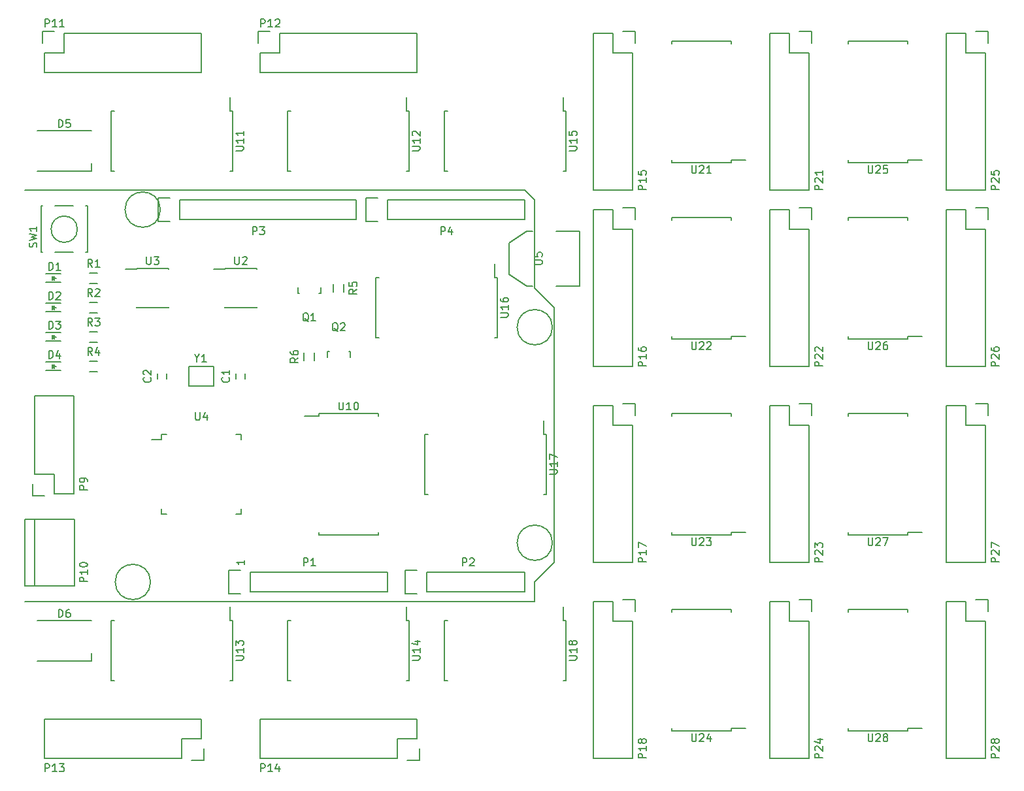
<source format=gbr>
G04 #@! TF.FileFunction,Legend,Top*
%FSLAX46Y46*%
G04 Gerber Fmt 4.6, Leading zero omitted, Abs format (unit mm)*
G04 Created by KiCad (PCBNEW 4.0.1-stable) date 2016-05-03 14:33:49*
%MOMM*%
G01*
G04 APERTURE LIST*
%ADD10C,0.100000*%
%ADD11C,0.150000*%
G04 APERTURE END LIST*
D10*
D11*
X94488000Y-120015000D02*
X28448000Y-120015000D01*
X93218000Y-66675000D02*
X28448000Y-66675000D01*
X94488000Y-67945000D02*
X93218000Y-66675000D01*
X94488000Y-79375000D02*
X94488000Y-67945000D01*
X97028000Y-81915000D02*
X94488000Y-79375000D01*
X97028000Y-114935000D02*
X97028000Y-81915000D01*
X94488000Y-117475000D02*
X97028000Y-114935000D01*
X94488000Y-120015000D02*
X94488000Y-117475000D01*
X56840381Y-114649285D02*
X56840381Y-115220714D01*
X56840381Y-114935000D02*
X55840381Y-114935000D01*
X55983238Y-115030238D01*
X56078476Y-115125476D01*
X56126095Y-115220714D01*
X57658000Y-118745000D02*
X75438000Y-118745000D01*
X75438000Y-118745000D02*
X75438000Y-116205000D01*
X75438000Y-116205000D02*
X57658000Y-116205000D01*
X54838000Y-119025000D02*
X56388000Y-119025000D01*
X57658000Y-118745000D02*
X57658000Y-116205000D01*
X56388000Y-115925000D02*
X54838000Y-115925000D01*
X54838000Y-115925000D02*
X54838000Y-119025000D01*
X80518000Y-118745000D02*
X93218000Y-118745000D01*
X93218000Y-118745000D02*
X93218000Y-116205000D01*
X93218000Y-116205000D02*
X80518000Y-116205000D01*
X77698000Y-119025000D02*
X79248000Y-119025000D01*
X80518000Y-118745000D02*
X80518000Y-116205000D01*
X79248000Y-115925000D02*
X77698000Y-115925000D01*
X77698000Y-115925000D02*
X77698000Y-119025000D01*
X48514000Y-70485000D02*
X71374000Y-70485000D01*
X71374000Y-70485000D02*
X71374000Y-67945000D01*
X71374000Y-67945000D02*
X48514000Y-67945000D01*
X45694000Y-70765000D02*
X47244000Y-70765000D01*
X48514000Y-70485000D02*
X48514000Y-67945000D01*
X47244000Y-67665000D02*
X45694000Y-67665000D01*
X45694000Y-67665000D02*
X45694000Y-70765000D01*
X75438000Y-70485000D02*
X93218000Y-70485000D01*
X93218000Y-70485000D02*
X93218000Y-67945000D01*
X93218000Y-67945000D02*
X75438000Y-67945000D01*
X72618000Y-70765000D02*
X74168000Y-70765000D01*
X75438000Y-70485000D02*
X75438000Y-67945000D01*
X74168000Y-67665000D02*
X72618000Y-67665000D01*
X72618000Y-67665000D02*
X72618000Y-70765000D01*
X44704000Y-117475000D02*
G75*
G03X44704000Y-117475000I-2286000J0D01*
G01*
X96774000Y-112395000D02*
G75*
G03X96774000Y-112395000I-2286000J0D01*
G01*
X45974000Y-69215000D02*
G75*
G03X45974000Y-69215000I-2286000J0D01*
G01*
X96774000Y-84455000D02*
G75*
G03X96774000Y-84455000I-2286000J0D01*
G01*
X51308000Y-51435000D02*
X30988000Y-51435000D01*
X33528000Y-46355000D02*
X51308000Y-46355000D01*
X51308000Y-51435000D02*
X51308000Y-46355000D01*
X30988000Y-51435000D02*
X30988000Y-48895000D01*
X32258000Y-46075000D02*
X30708000Y-46075000D01*
X30988000Y-48895000D02*
X33528000Y-48895000D01*
X33528000Y-48895000D02*
X33528000Y-46355000D01*
X30708000Y-46075000D02*
X30708000Y-47625000D01*
X79248000Y-51435000D02*
X58928000Y-51435000D01*
X61468000Y-46355000D02*
X79248000Y-46355000D01*
X79248000Y-51435000D02*
X79248000Y-46355000D01*
X58928000Y-51435000D02*
X58928000Y-48895000D01*
X60198000Y-46075000D02*
X58648000Y-46075000D01*
X58928000Y-48895000D02*
X61468000Y-48895000D01*
X61468000Y-48895000D02*
X61468000Y-46355000D01*
X58648000Y-46075000D02*
X58648000Y-47625000D01*
X30988000Y-135255000D02*
X51308000Y-135255000D01*
X48768000Y-140335000D02*
X30988000Y-140335000D01*
X30988000Y-135255000D02*
X30988000Y-140335000D01*
X51308000Y-135255000D02*
X51308000Y-137795000D01*
X50038000Y-140615000D02*
X51588000Y-140615000D01*
X51308000Y-137795000D02*
X48768000Y-137795000D01*
X48768000Y-137795000D02*
X48768000Y-140335000D01*
X51588000Y-140615000D02*
X51588000Y-139065000D01*
X54313000Y-76800000D02*
X54313000Y-76945000D01*
X58463000Y-76800000D02*
X58463000Y-76945000D01*
X58463000Y-81950000D02*
X58463000Y-81805000D01*
X54313000Y-81950000D02*
X54313000Y-81805000D01*
X54313000Y-76800000D02*
X58463000Y-76800000D01*
X54313000Y-81950000D02*
X58463000Y-81950000D01*
X54313000Y-76945000D02*
X52913000Y-76945000D01*
X58928000Y-135255000D02*
X79248000Y-135255000D01*
X76708000Y-140335000D02*
X58928000Y-140335000D01*
X58928000Y-135255000D02*
X58928000Y-140335000D01*
X79248000Y-135255000D02*
X79248000Y-137795000D01*
X77978000Y-140615000D02*
X79528000Y-140615000D01*
X79248000Y-137795000D02*
X76708000Y-137795000D01*
X76708000Y-137795000D02*
X76708000Y-140335000D01*
X79528000Y-140615000D02*
X79528000Y-139065000D01*
X78233000Y-122490000D02*
X77868000Y-122490000D01*
X78233000Y-130240000D02*
X77868000Y-130240000D01*
X62483000Y-130240000D02*
X62848000Y-130240000D01*
X62483000Y-122490000D02*
X62848000Y-122490000D01*
X78233000Y-122490000D02*
X78233000Y-130240000D01*
X62483000Y-122490000D02*
X62483000Y-130240000D01*
X77868000Y-122490000D02*
X77868000Y-120665000D01*
X42883000Y-76800000D02*
X42883000Y-76945000D01*
X47033000Y-76800000D02*
X47033000Y-76945000D01*
X47033000Y-81950000D02*
X47033000Y-81805000D01*
X42883000Y-81950000D02*
X42883000Y-81805000D01*
X42883000Y-76800000D02*
X47033000Y-76800000D01*
X42883000Y-81950000D02*
X47033000Y-81950000D01*
X42883000Y-76945000D02*
X41483000Y-76945000D01*
X66483000Y-95630000D02*
X66483000Y-95995000D01*
X74233000Y-95630000D02*
X74233000Y-95995000D01*
X74233000Y-111380000D02*
X74233000Y-111015000D01*
X66483000Y-111380000D02*
X66483000Y-111015000D01*
X66483000Y-95630000D02*
X74233000Y-95630000D01*
X66483000Y-111380000D02*
X74233000Y-111380000D01*
X66483000Y-95995000D02*
X64658000Y-95995000D01*
X55373000Y-56450000D02*
X55008000Y-56450000D01*
X55373000Y-64200000D02*
X55008000Y-64200000D01*
X39623000Y-64200000D02*
X39988000Y-64200000D01*
X39623000Y-56450000D02*
X39988000Y-56450000D01*
X55373000Y-56450000D02*
X55373000Y-64200000D01*
X39623000Y-56450000D02*
X39623000Y-64200000D01*
X55008000Y-56450000D02*
X55008000Y-54625000D01*
X78233000Y-56450000D02*
X77868000Y-56450000D01*
X78233000Y-64200000D02*
X77868000Y-64200000D01*
X62483000Y-64200000D02*
X62848000Y-64200000D01*
X62483000Y-56450000D02*
X62848000Y-56450000D01*
X78233000Y-56450000D02*
X78233000Y-64200000D01*
X62483000Y-56450000D02*
X62483000Y-64200000D01*
X77868000Y-56450000D02*
X77868000Y-54625000D01*
X55373000Y-122490000D02*
X55008000Y-122490000D01*
X55373000Y-130240000D02*
X55008000Y-130240000D01*
X39623000Y-130240000D02*
X39988000Y-130240000D01*
X39623000Y-122490000D02*
X39988000Y-122490000D01*
X55373000Y-122490000D02*
X55373000Y-130240000D01*
X39623000Y-122490000D02*
X39623000Y-130240000D01*
X55008000Y-122490000D02*
X55008000Y-120665000D01*
X34798000Y-106045000D02*
X34798000Y-93345000D01*
X34798000Y-93345000D02*
X29718000Y-93345000D01*
X29718000Y-93345000D02*
X29718000Y-103505000D01*
X34798000Y-106045000D02*
X32258000Y-106045000D01*
X29438000Y-104775000D02*
X29438000Y-106325000D01*
X32258000Y-106045000D02*
X32258000Y-103505000D01*
X32258000Y-103505000D02*
X29718000Y-103505000D01*
X29438000Y-106325000D02*
X30988000Y-106325000D01*
X102108000Y-66675000D02*
X102108000Y-46355000D01*
X107188000Y-48895000D02*
X107188000Y-66675000D01*
X102108000Y-66675000D02*
X107188000Y-66675000D01*
X102108000Y-46355000D02*
X104648000Y-46355000D01*
X107468000Y-47625000D02*
X107468000Y-46075000D01*
X104648000Y-46355000D02*
X104648000Y-48895000D01*
X104648000Y-48895000D02*
X107188000Y-48895000D01*
X107468000Y-46075000D02*
X105918000Y-46075000D01*
X102108000Y-89535000D02*
X102108000Y-69215000D01*
X107188000Y-71755000D02*
X107188000Y-89535000D01*
X102108000Y-89535000D02*
X107188000Y-89535000D01*
X102108000Y-69215000D02*
X104648000Y-69215000D01*
X107468000Y-70485000D02*
X107468000Y-68935000D01*
X104648000Y-69215000D02*
X104648000Y-71755000D01*
X104648000Y-71755000D02*
X107188000Y-71755000D01*
X107468000Y-68935000D02*
X105918000Y-68935000D01*
X102108000Y-114935000D02*
X102108000Y-94615000D01*
X107188000Y-97155000D02*
X107188000Y-114935000D01*
X102108000Y-114935000D02*
X107188000Y-114935000D01*
X102108000Y-94615000D02*
X104648000Y-94615000D01*
X107468000Y-95885000D02*
X107468000Y-94335000D01*
X104648000Y-94615000D02*
X104648000Y-97155000D01*
X104648000Y-97155000D02*
X107188000Y-97155000D01*
X107468000Y-94335000D02*
X105918000Y-94335000D01*
X102108000Y-140335000D02*
X102108000Y-120015000D01*
X107188000Y-122555000D02*
X107188000Y-140335000D01*
X102108000Y-140335000D02*
X107188000Y-140335000D01*
X102108000Y-120015000D02*
X104648000Y-120015000D01*
X107468000Y-121285000D02*
X107468000Y-119735000D01*
X104648000Y-120015000D02*
X104648000Y-122555000D01*
X104648000Y-122555000D02*
X107188000Y-122555000D01*
X107468000Y-119735000D02*
X105918000Y-119735000D01*
X98553000Y-56450000D02*
X98188000Y-56450000D01*
X98553000Y-64200000D02*
X98188000Y-64200000D01*
X82803000Y-64200000D02*
X83168000Y-64200000D01*
X82803000Y-56450000D02*
X83168000Y-56450000D01*
X98553000Y-56450000D02*
X98553000Y-64200000D01*
X82803000Y-56450000D02*
X82803000Y-64200000D01*
X98188000Y-56450000D02*
X98188000Y-54625000D01*
X89663000Y-78040000D02*
X89298000Y-78040000D01*
X89663000Y-85790000D02*
X89298000Y-85790000D01*
X73913000Y-85790000D02*
X74278000Y-85790000D01*
X73913000Y-78040000D02*
X74278000Y-78040000D01*
X89663000Y-78040000D02*
X89663000Y-85790000D01*
X73913000Y-78040000D02*
X73913000Y-85790000D01*
X89298000Y-78040000D02*
X89298000Y-76215000D01*
X96013000Y-98360000D02*
X95648000Y-98360000D01*
X96013000Y-106110000D02*
X95648000Y-106110000D01*
X80263000Y-106110000D02*
X80628000Y-106110000D01*
X80263000Y-98360000D02*
X80628000Y-98360000D01*
X96013000Y-98360000D02*
X96013000Y-106110000D01*
X80263000Y-98360000D02*
X80263000Y-106110000D01*
X95648000Y-98360000D02*
X95648000Y-96535000D01*
X98553000Y-122490000D02*
X98188000Y-122490000D01*
X98553000Y-130240000D02*
X98188000Y-130240000D01*
X82803000Y-130240000D02*
X83168000Y-130240000D01*
X82803000Y-122490000D02*
X83168000Y-122490000D01*
X98553000Y-122490000D02*
X98553000Y-130240000D01*
X82803000Y-122490000D02*
X82803000Y-130240000D01*
X98188000Y-122490000D02*
X98188000Y-120665000D01*
X31158000Y-78655000D02*
X33058000Y-78655000D01*
X31158000Y-77555000D02*
X33058000Y-77555000D01*
X32058000Y-78105000D02*
X32508000Y-78105000D01*
X32008000Y-77855000D02*
X32008000Y-78355000D01*
X32008000Y-78105000D02*
X32258000Y-77855000D01*
X32258000Y-77855000D02*
X32258000Y-78355000D01*
X32258000Y-78355000D02*
X32008000Y-78105000D01*
X66777820Y-79324200D02*
X66777820Y-80025240D01*
X66777820Y-80025240D02*
X66528900Y-80025240D01*
X63978840Y-80025240D02*
X63778180Y-80025240D01*
X63778180Y-80025240D02*
X63778180Y-79324200D01*
X37838000Y-78780000D02*
X36838000Y-78780000D01*
X36838000Y-77430000D02*
X37838000Y-77430000D01*
X37838000Y-82590000D02*
X36838000Y-82590000D01*
X36838000Y-81240000D02*
X37838000Y-81240000D01*
X30528000Y-68755000D02*
X30728000Y-68755000D01*
X36528000Y-68755000D02*
X36328000Y-68755000D01*
X36528000Y-74755000D02*
X36328000Y-74755000D01*
X30528000Y-74755000D02*
X30728000Y-74755000D01*
X32328000Y-74755000D02*
X34728000Y-74755000D01*
X32328000Y-68755000D02*
X34728000Y-68755000D01*
X30528000Y-68755000D02*
X30528000Y-74755000D01*
X36528000Y-74755000D02*
X36528000Y-68755000D01*
X35228000Y-71755000D02*
G75*
G03X35228000Y-71755000I-1700000J0D01*
G01*
X55788000Y-91155000D02*
X55788000Y-90455000D01*
X56988000Y-90455000D02*
X56988000Y-91155000D01*
X45628000Y-91155000D02*
X45628000Y-90455000D01*
X46828000Y-90455000D02*
X46828000Y-91155000D01*
X31158000Y-82465000D02*
X33058000Y-82465000D01*
X31158000Y-81365000D02*
X33058000Y-81365000D01*
X32058000Y-81915000D02*
X32508000Y-81915000D01*
X32008000Y-81665000D02*
X32008000Y-82165000D01*
X32008000Y-81915000D02*
X32258000Y-81665000D01*
X32258000Y-81665000D02*
X32258000Y-82165000D01*
X32258000Y-82165000D02*
X32008000Y-81915000D01*
X31158000Y-86275000D02*
X33058000Y-86275000D01*
X31158000Y-85175000D02*
X33058000Y-85175000D01*
X32058000Y-85725000D02*
X32508000Y-85725000D01*
X32008000Y-85475000D02*
X32008000Y-85975000D01*
X32008000Y-85725000D02*
X32258000Y-85475000D01*
X32258000Y-85475000D02*
X32258000Y-85975000D01*
X32258000Y-85975000D02*
X32008000Y-85725000D01*
X31158000Y-90085000D02*
X33058000Y-90085000D01*
X31158000Y-88985000D02*
X33058000Y-88985000D01*
X32058000Y-89535000D02*
X32508000Y-89535000D01*
X32008000Y-89285000D02*
X32008000Y-89785000D01*
X32008000Y-89535000D02*
X32258000Y-89285000D01*
X32258000Y-89285000D02*
X32258000Y-89785000D01*
X32258000Y-89785000D02*
X32008000Y-89535000D01*
X30028000Y-58995000D02*
X37028000Y-58995000D01*
X30028000Y-64195000D02*
X37028000Y-64195000D01*
X37028000Y-64195000D02*
X37028000Y-63195000D01*
X30028000Y-122495000D02*
X37028000Y-122495000D01*
X30028000Y-127695000D02*
X37028000Y-127695000D01*
X37028000Y-127695000D02*
X37028000Y-126695000D01*
X28440540Y-109314100D02*
X28440540Y-118014100D01*
X34845540Y-109314100D02*
X34845540Y-118014100D01*
X34845540Y-118014100D02*
X28440540Y-118014100D01*
X29670540Y-118014100D02*
X29670540Y-109314100D01*
X28440540Y-109314100D02*
X34845540Y-109314100D01*
X124968000Y-66675000D02*
X124968000Y-46355000D01*
X130048000Y-48895000D02*
X130048000Y-66675000D01*
X124968000Y-66675000D02*
X130048000Y-66675000D01*
X124968000Y-46355000D02*
X127508000Y-46355000D01*
X130328000Y-47625000D02*
X130328000Y-46075000D01*
X127508000Y-46355000D02*
X127508000Y-48895000D01*
X127508000Y-48895000D02*
X130048000Y-48895000D01*
X130328000Y-46075000D02*
X128778000Y-46075000D01*
X124968000Y-89535000D02*
X124968000Y-69215000D01*
X130048000Y-71755000D02*
X130048000Y-89535000D01*
X124968000Y-89535000D02*
X130048000Y-89535000D01*
X124968000Y-69215000D02*
X127508000Y-69215000D01*
X130328000Y-70485000D02*
X130328000Y-68935000D01*
X127508000Y-69215000D02*
X127508000Y-71755000D01*
X127508000Y-71755000D02*
X130048000Y-71755000D01*
X130328000Y-68935000D02*
X128778000Y-68935000D01*
X124968000Y-114935000D02*
X124968000Y-94615000D01*
X130048000Y-97155000D02*
X130048000Y-114935000D01*
X124968000Y-114935000D02*
X130048000Y-114935000D01*
X124968000Y-94615000D02*
X127508000Y-94615000D01*
X130328000Y-95885000D02*
X130328000Y-94335000D01*
X127508000Y-94615000D02*
X127508000Y-97155000D01*
X127508000Y-97155000D02*
X130048000Y-97155000D01*
X130328000Y-94335000D02*
X128778000Y-94335000D01*
X124968000Y-140335000D02*
X124968000Y-120015000D01*
X130048000Y-122555000D02*
X130048000Y-140335000D01*
X124968000Y-140335000D02*
X130048000Y-140335000D01*
X124968000Y-120015000D02*
X127508000Y-120015000D01*
X130328000Y-121285000D02*
X130328000Y-119735000D01*
X127508000Y-120015000D02*
X127508000Y-122555000D01*
X127508000Y-122555000D02*
X130048000Y-122555000D01*
X130328000Y-119735000D02*
X128778000Y-119735000D01*
X147828000Y-66675000D02*
X147828000Y-46355000D01*
X152908000Y-48895000D02*
X152908000Y-66675000D01*
X147828000Y-66675000D02*
X152908000Y-66675000D01*
X147828000Y-46355000D02*
X150368000Y-46355000D01*
X153188000Y-47625000D02*
X153188000Y-46075000D01*
X150368000Y-46355000D02*
X150368000Y-48895000D01*
X150368000Y-48895000D02*
X152908000Y-48895000D01*
X153188000Y-46075000D02*
X151638000Y-46075000D01*
X147828000Y-89535000D02*
X147828000Y-69215000D01*
X152908000Y-71755000D02*
X152908000Y-89535000D01*
X147828000Y-89535000D02*
X152908000Y-89535000D01*
X147828000Y-69215000D02*
X150368000Y-69215000D01*
X153188000Y-70485000D02*
X153188000Y-68935000D01*
X150368000Y-69215000D02*
X150368000Y-71755000D01*
X150368000Y-71755000D02*
X152908000Y-71755000D01*
X153188000Y-68935000D02*
X151638000Y-68935000D01*
X147828000Y-114935000D02*
X147828000Y-94615000D01*
X152908000Y-97155000D02*
X152908000Y-114935000D01*
X147828000Y-114935000D02*
X152908000Y-114935000D01*
X147828000Y-94615000D02*
X150368000Y-94615000D01*
X153188000Y-95885000D02*
X153188000Y-94335000D01*
X150368000Y-94615000D02*
X150368000Y-97155000D01*
X150368000Y-97155000D02*
X152908000Y-97155000D01*
X153188000Y-94335000D02*
X151638000Y-94335000D01*
X147828000Y-140335000D02*
X147828000Y-120015000D01*
X152908000Y-122555000D02*
X152908000Y-140335000D01*
X147828000Y-140335000D02*
X152908000Y-140335000D01*
X147828000Y-120015000D02*
X150368000Y-120015000D01*
X153188000Y-121285000D02*
X153188000Y-119735000D01*
X150368000Y-120015000D02*
X150368000Y-122555000D01*
X150368000Y-122555000D02*
X152908000Y-122555000D01*
X153188000Y-119735000D02*
X151638000Y-119735000D01*
X67588180Y-88315800D02*
X67588180Y-87614760D01*
X67588180Y-87614760D02*
X67837100Y-87614760D01*
X70387160Y-87614760D02*
X70587820Y-87614760D01*
X70587820Y-87614760D02*
X70587820Y-88315800D01*
X37838000Y-86400000D02*
X36838000Y-86400000D01*
X36838000Y-85050000D02*
X37838000Y-85050000D01*
X37838000Y-90210000D02*
X36838000Y-90210000D01*
X36838000Y-88860000D02*
X37838000Y-88860000D01*
X68413000Y-79875000D02*
X68413000Y-78875000D01*
X69763000Y-78875000D02*
X69763000Y-79875000D01*
X65953000Y-87765000D02*
X65953000Y-88765000D01*
X64603000Y-88765000D02*
X64603000Y-87765000D01*
X46133000Y-98330000D02*
X46133000Y-99005000D01*
X56483000Y-98330000D02*
X56483000Y-99005000D01*
X56483000Y-108680000D02*
X56483000Y-108005000D01*
X46133000Y-108680000D02*
X46133000Y-108005000D01*
X46133000Y-98330000D02*
X46808000Y-98330000D01*
X46133000Y-108680000D02*
X46808000Y-108680000D01*
X56483000Y-108680000D02*
X55808000Y-108680000D01*
X56483000Y-98330000D02*
X55808000Y-98330000D01*
X46133000Y-99005000D02*
X44858000Y-99005000D01*
X97282000Y-79121000D02*
X100330000Y-79121000D01*
X100330000Y-79121000D02*
X100330000Y-72009000D01*
X100330000Y-72009000D02*
X97282000Y-72009000D01*
X94234000Y-79121000D02*
X93472000Y-79121000D01*
X93472000Y-79121000D02*
X91186000Y-77597000D01*
X91186000Y-77597000D02*
X91186000Y-73533000D01*
X91186000Y-73533000D02*
X93472000Y-72009000D01*
X93472000Y-72009000D02*
X94234000Y-72009000D01*
X119953000Y-63120000D02*
X119953000Y-62755000D01*
X112203000Y-63120000D02*
X112203000Y-62755000D01*
X112203000Y-47370000D02*
X112203000Y-47735000D01*
X119953000Y-47370000D02*
X119953000Y-47735000D01*
X119953000Y-63120000D02*
X112203000Y-63120000D01*
X119953000Y-47370000D02*
X112203000Y-47370000D01*
X119953000Y-62755000D02*
X121778000Y-62755000D01*
X119953000Y-85980000D02*
X119953000Y-85615000D01*
X112203000Y-85980000D02*
X112203000Y-85615000D01*
X112203000Y-70230000D02*
X112203000Y-70595000D01*
X119953000Y-70230000D02*
X119953000Y-70595000D01*
X119953000Y-85980000D02*
X112203000Y-85980000D01*
X119953000Y-70230000D02*
X112203000Y-70230000D01*
X119953000Y-85615000D02*
X121778000Y-85615000D01*
X119953000Y-111380000D02*
X119953000Y-111015000D01*
X112203000Y-111380000D02*
X112203000Y-111015000D01*
X112203000Y-95630000D02*
X112203000Y-95995000D01*
X119953000Y-95630000D02*
X119953000Y-95995000D01*
X119953000Y-111380000D02*
X112203000Y-111380000D01*
X119953000Y-95630000D02*
X112203000Y-95630000D01*
X119953000Y-111015000D02*
X121778000Y-111015000D01*
X119953000Y-136780000D02*
X119953000Y-136415000D01*
X112203000Y-136780000D02*
X112203000Y-136415000D01*
X112203000Y-121030000D02*
X112203000Y-121395000D01*
X119953000Y-121030000D02*
X119953000Y-121395000D01*
X119953000Y-136780000D02*
X112203000Y-136780000D01*
X119953000Y-121030000D02*
X112203000Y-121030000D01*
X119953000Y-136415000D02*
X121778000Y-136415000D01*
X142813000Y-63120000D02*
X142813000Y-62755000D01*
X135063000Y-63120000D02*
X135063000Y-62755000D01*
X135063000Y-47370000D02*
X135063000Y-47735000D01*
X142813000Y-47370000D02*
X142813000Y-47735000D01*
X142813000Y-63120000D02*
X135063000Y-63120000D01*
X142813000Y-47370000D02*
X135063000Y-47370000D01*
X142813000Y-62755000D02*
X144638000Y-62755000D01*
X142813000Y-85980000D02*
X142813000Y-85615000D01*
X135063000Y-85980000D02*
X135063000Y-85615000D01*
X135063000Y-70230000D02*
X135063000Y-70595000D01*
X142813000Y-70230000D02*
X142813000Y-70595000D01*
X142813000Y-85980000D02*
X135063000Y-85980000D01*
X142813000Y-70230000D02*
X135063000Y-70230000D01*
X142813000Y-85615000D02*
X144638000Y-85615000D01*
X142813000Y-111380000D02*
X142813000Y-111015000D01*
X135063000Y-111380000D02*
X135063000Y-111015000D01*
X135063000Y-95630000D02*
X135063000Y-95995000D01*
X142813000Y-95630000D02*
X142813000Y-95995000D01*
X142813000Y-111380000D02*
X135063000Y-111380000D01*
X142813000Y-95630000D02*
X135063000Y-95630000D01*
X142813000Y-111015000D02*
X144638000Y-111015000D01*
X142813000Y-136780000D02*
X142813000Y-136415000D01*
X135063000Y-136780000D02*
X135063000Y-136415000D01*
X135063000Y-121030000D02*
X135063000Y-121395000D01*
X142813000Y-121030000D02*
X142813000Y-121395000D01*
X142813000Y-136780000D02*
X135063000Y-136780000D01*
X142813000Y-121030000D02*
X135063000Y-121030000D01*
X142813000Y-136415000D02*
X144638000Y-136415000D01*
X49708000Y-89505000D02*
X52908000Y-89505000D01*
X52908000Y-89505000D02*
X52908000Y-92105000D01*
X52908000Y-92105000D02*
X49708000Y-92105000D01*
X49708000Y-92105000D02*
X49708000Y-89505000D01*
X64539905Y-115387381D02*
X64539905Y-114387381D01*
X64920858Y-114387381D01*
X65016096Y-114435000D01*
X65063715Y-114482619D01*
X65111334Y-114577857D01*
X65111334Y-114720714D01*
X65063715Y-114815952D01*
X65016096Y-114863571D01*
X64920858Y-114911190D01*
X64539905Y-114911190D01*
X66063715Y-115387381D02*
X65492286Y-115387381D01*
X65778000Y-115387381D02*
X65778000Y-114387381D01*
X65682762Y-114530238D01*
X65587524Y-114625476D01*
X65492286Y-114673095D01*
X85113905Y-115387381D02*
X85113905Y-114387381D01*
X85494858Y-114387381D01*
X85590096Y-114435000D01*
X85637715Y-114482619D01*
X85685334Y-114577857D01*
X85685334Y-114720714D01*
X85637715Y-114815952D01*
X85590096Y-114863571D01*
X85494858Y-114911190D01*
X85113905Y-114911190D01*
X86066286Y-114482619D02*
X86113905Y-114435000D01*
X86209143Y-114387381D01*
X86447239Y-114387381D01*
X86542477Y-114435000D01*
X86590096Y-114482619D01*
X86637715Y-114577857D01*
X86637715Y-114673095D01*
X86590096Y-114815952D01*
X86018667Y-115387381D01*
X86637715Y-115387381D01*
X57935905Y-72461381D02*
X57935905Y-71461381D01*
X58316858Y-71461381D01*
X58412096Y-71509000D01*
X58459715Y-71556619D01*
X58507334Y-71651857D01*
X58507334Y-71794714D01*
X58459715Y-71889952D01*
X58412096Y-71937571D01*
X58316858Y-71985190D01*
X57935905Y-71985190D01*
X58840667Y-71461381D02*
X59459715Y-71461381D01*
X59126381Y-71842333D01*
X59269239Y-71842333D01*
X59364477Y-71889952D01*
X59412096Y-71937571D01*
X59459715Y-72032810D01*
X59459715Y-72270905D01*
X59412096Y-72366143D01*
X59364477Y-72413762D01*
X59269239Y-72461381D01*
X58983524Y-72461381D01*
X58888286Y-72413762D01*
X58840667Y-72366143D01*
X82319905Y-72461381D02*
X82319905Y-71461381D01*
X82700858Y-71461381D01*
X82796096Y-71509000D01*
X82843715Y-71556619D01*
X82891334Y-71651857D01*
X82891334Y-71794714D01*
X82843715Y-71889952D01*
X82796096Y-71937571D01*
X82700858Y-71985190D01*
X82319905Y-71985190D01*
X83748477Y-71794714D02*
X83748477Y-72461381D01*
X83510381Y-71413762D02*
X83272286Y-72128048D01*
X83891334Y-72128048D01*
X31043714Y-45537381D02*
X31043714Y-44537381D01*
X31424667Y-44537381D01*
X31519905Y-44585000D01*
X31567524Y-44632619D01*
X31615143Y-44727857D01*
X31615143Y-44870714D01*
X31567524Y-44965952D01*
X31519905Y-45013571D01*
X31424667Y-45061190D01*
X31043714Y-45061190D01*
X32567524Y-45537381D02*
X31996095Y-45537381D01*
X32281809Y-45537381D02*
X32281809Y-44537381D01*
X32186571Y-44680238D01*
X32091333Y-44775476D01*
X31996095Y-44823095D01*
X33519905Y-45537381D02*
X32948476Y-45537381D01*
X33234190Y-45537381D02*
X33234190Y-44537381D01*
X33138952Y-44680238D01*
X33043714Y-44775476D01*
X32948476Y-44823095D01*
X58983714Y-45537381D02*
X58983714Y-44537381D01*
X59364667Y-44537381D01*
X59459905Y-44585000D01*
X59507524Y-44632619D01*
X59555143Y-44727857D01*
X59555143Y-44870714D01*
X59507524Y-44965952D01*
X59459905Y-45013571D01*
X59364667Y-45061190D01*
X58983714Y-45061190D01*
X60507524Y-45537381D02*
X59936095Y-45537381D01*
X60221809Y-45537381D02*
X60221809Y-44537381D01*
X60126571Y-44680238D01*
X60031333Y-44775476D01*
X59936095Y-44823095D01*
X60888476Y-44632619D02*
X60936095Y-44585000D01*
X61031333Y-44537381D01*
X61269429Y-44537381D01*
X61364667Y-44585000D01*
X61412286Y-44632619D01*
X61459905Y-44727857D01*
X61459905Y-44823095D01*
X61412286Y-44965952D01*
X60840857Y-45537381D01*
X61459905Y-45537381D01*
X31043714Y-142057381D02*
X31043714Y-141057381D01*
X31424667Y-141057381D01*
X31519905Y-141105000D01*
X31567524Y-141152619D01*
X31615143Y-141247857D01*
X31615143Y-141390714D01*
X31567524Y-141485952D01*
X31519905Y-141533571D01*
X31424667Y-141581190D01*
X31043714Y-141581190D01*
X32567524Y-142057381D02*
X31996095Y-142057381D01*
X32281809Y-142057381D02*
X32281809Y-141057381D01*
X32186571Y-141200238D01*
X32091333Y-141295476D01*
X31996095Y-141343095D01*
X32900857Y-141057381D02*
X33519905Y-141057381D01*
X33186571Y-141438333D01*
X33329429Y-141438333D01*
X33424667Y-141485952D01*
X33472286Y-141533571D01*
X33519905Y-141628810D01*
X33519905Y-141866905D01*
X33472286Y-141962143D01*
X33424667Y-142009762D01*
X33329429Y-142057381D01*
X33043714Y-142057381D01*
X32948476Y-142009762D01*
X32900857Y-141962143D01*
X55626095Y-75327381D02*
X55626095Y-76136905D01*
X55673714Y-76232143D01*
X55721333Y-76279762D01*
X55816571Y-76327381D01*
X56007048Y-76327381D01*
X56102286Y-76279762D01*
X56149905Y-76232143D01*
X56197524Y-76136905D01*
X56197524Y-75327381D01*
X56626095Y-75422619D02*
X56673714Y-75375000D01*
X56768952Y-75327381D01*
X57007048Y-75327381D01*
X57102286Y-75375000D01*
X57149905Y-75422619D01*
X57197524Y-75517857D01*
X57197524Y-75613095D01*
X57149905Y-75755952D01*
X56578476Y-76327381D01*
X57197524Y-76327381D01*
X58983714Y-142057381D02*
X58983714Y-141057381D01*
X59364667Y-141057381D01*
X59459905Y-141105000D01*
X59507524Y-141152619D01*
X59555143Y-141247857D01*
X59555143Y-141390714D01*
X59507524Y-141485952D01*
X59459905Y-141533571D01*
X59364667Y-141581190D01*
X58983714Y-141581190D01*
X60507524Y-142057381D02*
X59936095Y-142057381D01*
X60221809Y-142057381D02*
X60221809Y-141057381D01*
X60126571Y-141200238D01*
X60031333Y-141295476D01*
X59936095Y-141343095D01*
X61364667Y-141390714D02*
X61364667Y-142057381D01*
X61126571Y-141009762D02*
X60888476Y-141724048D01*
X61507524Y-141724048D01*
X78610381Y-127603095D02*
X79419905Y-127603095D01*
X79515143Y-127555476D01*
X79562762Y-127507857D01*
X79610381Y-127412619D01*
X79610381Y-127222142D01*
X79562762Y-127126904D01*
X79515143Y-127079285D01*
X79419905Y-127031666D01*
X78610381Y-127031666D01*
X79610381Y-126031666D02*
X79610381Y-126603095D01*
X79610381Y-126317381D02*
X78610381Y-126317381D01*
X78753238Y-126412619D01*
X78848476Y-126507857D01*
X78896095Y-126603095D01*
X78943714Y-125174523D02*
X79610381Y-125174523D01*
X78562762Y-125412619D02*
X79277048Y-125650714D01*
X79277048Y-125031666D01*
X44196095Y-75327381D02*
X44196095Y-76136905D01*
X44243714Y-76232143D01*
X44291333Y-76279762D01*
X44386571Y-76327381D01*
X44577048Y-76327381D01*
X44672286Y-76279762D01*
X44719905Y-76232143D01*
X44767524Y-76136905D01*
X44767524Y-75327381D01*
X45148476Y-75327381D02*
X45767524Y-75327381D01*
X45434190Y-75708333D01*
X45577048Y-75708333D01*
X45672286Y-75755952D01*
X45719905Y-75803571D01*
X45767524Y-75898810D01*
X45767524Y-76136905D01*
X45719905Y-76232143D01*
X45672286Y-76279762D01*
X45577048Y-76327381D01*
X45291333Y-76327381D01*
X45196095Y-76279762D01*
X45148476Y-76232143D01*
X69119905Y-94157381D02*
X69119905Y-94966905D01*
X69167524Y-95062143D01*
X69215143Y-95109762D01*
X69310381Y-95157381D01*
X69500858Y-95157381D01*
X69596096Y-95109762D01*
X69643715Y-95062143D01*
X69691334Y-94966905D01*
X69691334Y-94157381D01*
X70691334Y-95157381D02*
X70119905Y-95157381D01*
X70405619Y-95157381D02*
X70405619Y-94157381D01*
X70310381Y-94300238D01*
X70215143Y-94395476D01*
X70119905Y-94443095D01*
X71310381Y-94157381D02*
X71405620Y-94157381D01*
X71500858Y-94205000D01*
X71548477Y-94252619D01*
X71596096Y-94347857D01*
X71643715Y-94538333D01*
X71643715Y-94776429D01*
X71596096Y-94966905D01*
X71548477Y-95062143D01*
X71500858Y-95109762D01*
X71405620Y-95157381D01*
X71310381Y-95157381D01*
X71215143Y-95109762D01*
X71167524Y-95062143D01*
X71119905Y-94966905D01*
X71072286Y-94776429D01*
X71072286Y-94538333D01*
X71119905Y-94347857D01*
X71167524Y-94252619D01*
X71215143Y-94205000D01*
X71310381Y-94157381D01*
X55750381Y-61563095D02*
X56559905Y-61563095D01*
X56655143Y-61515476D01*
X56702762Y-61467857D01*
X56750381Y-61372619D01*
X56750381Y-61182142D01*
X56702762Y-61086904D01*
X56655143Y-61039285D01*
X56559905Y-60991666D01*
X55750381Y-60991666D01*
X56750381Y-59991666D02*
X56750381Y-60563095D01*
X56750381Y-60277381D02*
X55750381Y-60277381D01*
X55893238Y-60372619D01*
X55988476Y-60467857D01*
X56036095Y-60563095D01*
X56750381Y-59039285D02*
X56750381Y-59610714D01*
X56750381Y-59325000D02*
X55750381Y-59325000D01*
X55893238Y-59420238D01*
X55988476Y-59515476D01*
X56036095Y-59610714D01*
X78610381Y-61563095D02*
X79419905Y-61563095D01*
X79515143Y-61515476D01*
X79562762Y-61467857D01*
X79610381Y-61372619D01*
X79610381Y-61182142D01*
X79562762Y-61086904D01*
X79515143Y-61039285D01*
X79419905Y-60991666D01*
X78610381Y-60991666D01*
X79610381Y-59991666D02*
X79610381Y-60563095D01*
X79610381Y-60277381D02*
X78610381Y-60277381D01*
X78753238Y-60372619D01*
X78848476Y-60467857D01*
X78896095Y-60563095D01*
X78705619Y-59610714D02*
X78658000Y-59563095D01*
X78610381Y-59467857D01*
X78610381Y-59229761D01*
X78658000Y-59134523D01*
X78705619Y-59086904D01*
X78800857Y-59039285D01*
X78896095Y-59039285D01*
X79038952Y-59086904D01*
X79610381Y-59658333D01*
X79610381Y-59039285D01*
X55750381Y-127603095D02*
X56559905Y-127603095D01*
X56655143Y-127555476D01*
X56702762Y-127507857D01*
X56750381Y-127412619D01*
X56750381Y-127222142D01*
X56702762Y-127126904D01*
X56655143Y-127079285D01*
X56559905Y-127031666D01*
X55750381Y-127031666D01*
X56750381Y-126031666D02*
X56750381Y-126603095D01*
X56750381Y-126317381D02*
X55750381Y-126317381D01*
X55893238Y-126412619D01*
X55988476Y-126507857D01*
X56036095Y-126603095D01*
X55750381Y-125698333D02*
X55750381Y-125079285D01*
X56131333Y-125412619D01*
X56131333Y-125269761D01*
X56178952Y-125174523D01*
X56226571Y-125126904D01*
X56321810Y-125079285D01*
X56559905Y-125079285D01*
X56655143Y-125126904D01*
X56702762Y-125174523D01*
X56750381Y-125269761D01*
X56750381Y-125555476D01*
X56702762Y-125650714D01*
X56655143Y-125698333D01*
X36520381Y-105513095D02*
X35520381Y-105513095D01*
X35520381Y-105132142D01*
X35568000Y-105036904D01*
X35615619Y-104989285D01*
X35710857Y-104941666D01*
X35853714Y-104941666D01*
X35948952Y-104989285D01*
X35996571Y-105036904D01*
X36044190Y-105132142D01*
X36044190Y-105513095D01*
X36520381Y-104465476D02*
X36520381Y-104275000D01*
X36472762Y-104179761D01*
X36425143Y-104132142D01*
X36282286Y-104036904D01*
X36091810Y-103989285D01*
X35710857Y-103989285D01*
X35615619Y-104036904D01*
X35568000Y-104084523D01*
X35520381Y-104179761D01*
X35520381Y-104370238D01*
X35568000Y-104465476D01*
X35615619Y-104513095D01*
X35710857Y-104560714D01*
X35948952Y-104560714D01*
X36044190Y-104513095D01*
X36091810Y-104465476D01*
X36139429Y-104370238D01*
X36139429Y-104179761D01*
X36091810Y-104084523D01*
X36044190Y-104036904D01*
X35948952Y-103989285D01*
X108910381Y-66619286D02*
X107910381Y-66619286D01*
X107910381Y-66238333D01*
X107958000Y-66143095D01*
X108005619Y-66095476D01*
X108100857Y-66047857D01*
X108243714Y-66047857D01*
X108338952Y-66095476D01*
X108386571Y-66143095D01*
X108434190Y-66238333D01*
X108434190Y-66619286D01*
X108910381Y-65095476D02*
X108910381Y-65666905D01*
X108910381Y-65381191D02*
X107910381Y-65381191D01*
X108053238Y-65476429D01*
X108148476Y-65571667D01*
X108196095Y-65666905D01*
X107910381Y-64190714D02*
X107910381Y-64666905D01*
X108386571Y-64714524D01*
X108338952Y-64666905D01*
X108291333Y-64571667D01*
X108291333Y-64333571D01*
X108338952Y-64238333D01*
X108386571Y-64190714D01*
X108481810Y-64143095D01*
X108719905Y-64143095D01*
X108815143Y-64190714D01*
X108862762Y-64238333D01*
X108910381Y-64333571D01*
X108910381Y-64571667D01*
X108862762Y-64666905D01*
X108815143Y-64714524D01*
X108910381Y-89479286D02*
X107910381Y-89479286D01*
X107910381Y-89098333D01*
X107958000Y-89003095D01*
X108005619Y-88955476D01*
X108100857Y-88907857D01*
X108243714Y-88907857D01*
X108338952Y-88955476D01*
X108386571Y-89003095D01*
X108434190Y-89098333D01*
X108434190Y-89479286D01*
X108910381Y-87955476D02*
X108910381Y-88526905D01*
X108910381Y-88241191D02*
X107910381Y-88241191D01*
X108053238Y-88336429D01*
X108148476Y-88431667D01*
X108196095Y-88526905D01*
X107910381Y-87098333D02*
X107910381Y-87288810D01*
X107958000Y-87384048D01*
X108005619Y-87431667D01*
X108148476Y-87526905D01*
X108338952Y-87574524D01*
X108719905Y-87574524D01*
X108815143Y-87526905D01*
X108862762Y-87479286D01*
X108910381Y-87384048D01*
X108910381Y-87193571D01*
X108862762Y-87098333D01*
X108815143Y-87050714D01*
X108719905Y-87003095D01*
X108481810Y-87003095D01*
X108386571Y-87050714D01*
X108338952Y-87098333D01*
X108291333Y-87193571D01*
X108291333Y-87384048D01*
X108338952Y-87479286D01*
X108386571Y-87526905D01*
X108481810Y-87574524D01*
X108910381Y-114879286D02*
X107910381Y-114879286D01*
X107910381Y-114498333D01*
X107958000Y-114403095D01*
X108005619Y-114355476D01*
X108100857Y-114307857D01*
X108243714Y-114307857D01*
X108338952Y-114355476D01*
X108386571Y-114403095D01*
X108434190Y-114498333D01*
X108434190Y-114879286D01*
X108910381Y-113355476D02*
X108910381Y-113926905D01*
X108910381Y-113641191D02*
X107910381Y-113641191D01*
X108053238Y-113736429D01*
X108148476Y-113831667D01*
X108196095Y-113926905D01*
X107910381Y-113022143D02*
X107910381Y-112355476D01*
X108910381Y-112784048D01*
X108910381Y-140279286D02*
X107910381Y-140279286D01*
X107910381Y-139898333D01*
X107958000Y-139803095D01*
X108005619Y-139755476D01*
X108100857Y-139707857D01*
X108243714Y-139707857D01*
X108338952Y-139755476D01*
X108386571Y-139803095D01*
X108434190Y-139898333D01*
X108434190Y-140279286D01*
X108910381Y-138755476D02*
X108910381Y-139326905D01*
X108910381Y-139041191D02*
X107910381Y-139041191D01*
X108053238Y-139136429D01*
X108148476Y-139231667D01*
X108196095Y-139326905D01*
X108338952Y-138184048D02*
X108291333Y-138279286D01*
X108243714Y-138326905D01*
X108148476Y-138374524D01*
X108100857Y-138374524D01*
X108005619Y-138326905D01*
X107958000Y-138279286D01*
X107910381Y-138184048D01*
X107910381Y-137993571D01*
X107958000Y-137898333D01*
X108005619Y-137850714D01*
X108100857Y-137803095D01*
X108148476Y-137803095D01*
X108243714Y-137850714D01*
X108291333Y-137898333D01*
X108338952Y-137993571D01*
X108338952Y-138184048D01*
X108386571Y-138279286D01*
X108434190Y-138326905D01*
X108529429Y-138374524D01*
X108719905Y-138374524D01*
X108815143Y-138326905D01*
X108862762Y-138279286D01*
X108910381Y-138184048D01*
X108910381Y-137993571D01*
X108862762Y-137898333D01*
X108815143Y-137850714D01*
X108719905Y-137803095D01*
X108529429Y-137803095D01*
X108434190Y-137850714D01*
X108386571Y-137898333D01*
X108338952Y-137993571D01*
X98930381Y-61563095D02*
X99739905Y-61563095D01*
X99835143Y-61515476D01*
X99882762Y-61467857D01*
X99930381Y-61372619D01*
X99930381Y-61182142D01*
X99882762Y-61086904D01*
X99835143Y-61039285D01*
X99739905Y-60991666D01*
X98930381Y-60991666D01*
X99930381Y-59991666D02*
X99930381Y-60563095D01*
X99930381Y-60277381D02*
X98930381Y-60277381D01*
X99073238Y-60372619D01*
X99168476Y-60467857D01*
X99216095Y-60563095D01*
X98930381Y-59086904D02*
X98930381Y-59563095D01*
X99406571Y-59610714D01*
X99358952Y-59563095D01*
X99311333Y-59467857D01*
X99311333Y-59229761D01*
X99358952Y-59134523D01*
X99406571Y-59086904D01*
X99501810Y-59039285D01*
X99739905Y-59039285D01*
X99835143Y-59086904D01*
X99882762Y-59134523D01*
X99930381Y-59229761D01*
X99930381Y-59467857D01*
X99882762Y-59563095D01*
X99835143Y-59610714D01*
X90040381Y-83153095D02*
X90849905Y-83153095D01*
X90945143Y-83105476D01*
X90992762Y-83057857D01*
X91040381Y-82962619D01*
X91040381Y-82772142D01*
X90992762Y-82676904D01*
X90945143Y-82629285D01*
X90849905Y-82581666D01*
X90040381Y-82581666D01*
X91040381Y-81581666D02*
X91040381Y-82153095D01*
X91040381Y-81867381D02*
X90040381Y-81867381D01*
X90183238Y-81962619D01*
X90278476Y-82057857D01*
X90326095Y-82153095D01*
X90040381Y-80724523D02*
X90040381Y-80915000D01*
X90088000Y-81010238D01*
X90135619Y-81057857D01*
X90278476Y-81153095D01*
X90468952Y-81200714D01*
X90849905Y-81200714D01*
X90945143Y-81153095D01*
X90992762Y-81105476D01*
X91040381Y-81010238D01*
X91040381Y-80819761D01*
X90992762Y-80724523D01*
X90945143Y-80676904D01*
X90849905Y-80629285D01*
X90611810Y-80629285D01*
X90516571Y-80676904D01*
X90468952Y-80724523D01*
X90421333Y-80819761D01*
X90421333Y-81010238D01*
X90468952Y-81105476D01*
X90516571Y-81153095D01*
X90611810Y-81200714D01*
X96390381Y-103473095D02*
X97199905Y-103473095D01*
X97295143Y-103425476D01*
X97342762Y-103377857D01*
X97390381Y-103282619D01*
X97390381Y-103092142D01*
X97342762Y-102996904D01*
X97295143Y-102949285D01*
X97199905Y-102901666D01*
X96390381Y-102901666D01*
X97390381Y-101901666D02*
X97390381Y-102473095D01*
X97390381Y-102187381D02*
X96390381Y-102187381D01*
X96533238Y-102282619D01*
X96628476Y-102377857D01*
X96676095Y-102473095D01*
X96390381Y-101568333D02*
X96390381Y-100901666D01*
X97390381Y-101330238D01*
X98930381Y-127603095D02*
X99739905Y-127603095D01*
X99835143Y-127555476D01*
X99882762Y-127507857D01*
X99930381Y-127412619D01*
X99930381Y-127222142D01*
X99882762Y-127126904D01*
X99835143Y-127079285D01*
X99739905Y-127031666D01*
X98930381Y-127031666D01*
X99930381Y-126031666D02*
X99930381Y-126603095D01*
X99930381Y-126317381D02*
X98930381Y-126317381D01*
X99073238Y-126412619D01*
X99168476Y-126507857D01*
X99216095Y-126603095D01*
X99358952Y-125460238D02*
X99311333Y-125555476D01*
X99263714Y-125603095D01*
X99168476Y-125650714D01*
X99120857Y-125650714D01*
X99025619Y-125603095D01*
X98978000Y-125555476D01*
X98930381Y-125460238D01*
X98930381Y-125269761D01*
X98978000Y-125174523D01*
X99025619Y-125126904D01*
X99120857Y-125079285D01*
X99168476Y-125079285D01*
X99263714Y-125126904D01*
X99311333Y-125174523D01*
X99358952Y-125269761D01*
X99358952Y-125460238D01*
X99406571Y-125555476D01*
X99454190Y-125603095D01*
X99549429Y-125650714D01*
X99739905Y-125650714D01*
X99835143Y-125603095D01*
X99882762Y-125555476D01*
X99930381Y-125460238D01*
X99930381Y-125269761D01*
X99882762Y-125174523D01*
X99835143Y-125126904D01*
X99739905Y-125079285D01*
X99549429Y-125079285D01*
X99454190Y-125126904D01*
X99406571Y-125174523D01*
X99358952Y-125269761D01*
X31519905Y-77057381D02*
X31519905Y-76057381D01*
X31758000Y-76057381D01*
X31900858Y-76105000D01*
X31996096Y-76200238D01*
X32043715Y-76295476D01*
X32091334Y-76485952D01*
X32091334Y-76628810D01*
X32043715Y-76819286D01*
X31996096Y-76914524D01*
X31900858Y-77009762D01*
X31758000Y-77057381D01*
X31519905Y-77057381D01*
X33043715Y-77057381D02*
X32472286Y-77057381D01*
X32758000Y-77057381D02*
X32758000Y-76057381D01*
X32662762Y-76200238D01*
X32567524Y-76295476D01*
X32472286Y-76343095D01*
X65182762Y-83732619D02*
X65087524Y-83685000D01*
X64992286Y-83589762D01*
X64849429Y-83446905D01*
X64754190Y-83399286D01*
X64658952Y-83399286D01*
X64706571Y-83637381D02*
X64611333Y-83589762D01*
X64516095Y-83494524D01*
X64468476Y-83304048D01*
X64468476Y-82970714D01*
X64516095Y-82780238D01*
X64611333Y-82685000D01*
X64706571Y-82637381D01*
X64897048Y-82637381D01*
X64992286Y-82685000D01*
X65087524Y-82780238D01*
X65135143Y-82970714D01*
X65135143Y-83304048D01*
X65087524Y-83494524D01*
X64992286Y-83589762D01*
X64897048Y-83637381D01*
X64706571Y-83637381D01*
X66087524Y-83637381D02*
X65516095Y-83637381D01*
X65801809Y-83637381D02*
X65801809Y-82637381D01*
X65706571Y-82780238D01*
X65611333Y-82875476D01*
X65516095Y-82923095D01*
X37171334Y-76657381D02*
X36838000Y-76181190D01*
X36599905Y-76657381D02*
X36599905Y-75657381D01*
X36980858Y-75657381D01*
X37076096Y-75705000D01*
X37123715Y-75752619D01*
X37171334Y-75847857D01*
X37171334Y-75990714D01*
X37123715Y-76085952D01*
X37076096Y-76133571D01*
X36980858Y-76181190D01*
X36599905Y-76181190D01*
X38123715Y-76657381D02*
X37552286Y-76657381D01*
X37838000Y-76657381D02*
X37838000Y-75657381D01*
X37742762Y-75800238D01*
X37647524Y-75895476D01*
X37552286Y-75943095D01*
X37171334Y-80467381D02*
X36838000Y-79991190D01*
X36599905Y-80467381D02*
X36599905Y-79467381D01*
X36980858Y-79467381D01*
X37076096Y-79515000D01*
X37123715Y-79562619D01*
X37171334Y-79657857D01*
X37171334Y-79800714D01*
X37123715Y-79895952D01*
X37076096Y-79943571D01*
X36980858Y-79991190D01*
X36599905Y-79991190D01*
X37552286Y-79562619D02*
X37599905Y-79515000D01*
X37695143Y-79467381D01*
X37933239Y-79467381D01*
X38028477Y-79515000D01*
X38076096Y-79562619D01*
X38123715Y-79657857D01*
X38123715Y-79753095D01*
X38076096Y-79895952D01*
X37504667Y-80467381D01*
X38123715Y-80467381D01*
X29932762Y-74088333D02*
X29980381Y-73945476D01*
X29980381Y-73707380D01*
X29932762Y-73612142D01*
X29885143Y-73564523D01*
X29789905Y-73516904D01*
X29694667Y-73516904D01*
X29599429Y-73564523D01*
X29551810Y-73612142D01*
X29504190Y-73707380D01*
X29456571Y-73897857D01*
X29408952Y-73993095D01*
X29361333Y-74040714D01*
X29266095Y-74088333D01*
X29170857Y-74088333D01*
X29075619Y-74040714D01*
X29028000Y-73993095D01*
X28980381Y-73897857D01*
X28980381Y-73659761D01*
X29028000Y-73516904D01*
X28980381Y-73183571D02*
X29980381Y-72945476D01*
X29266095Y-72754999D01*
X29980381Y-72564523D01*
X28980381Y-72326428D01*
X29980381Y-71421666D02*
X29980381Y-71993095D01*
X29980381Y-71707381D02*
X28980381Y-71707381D01*
X29123238Y-71802619D01*
X29218476Y-71897857D01*
X29266095Y-71993095D01*
X54845143Y-90971666D02*
X54892762Y-91019285D01*
X54940381Y-91162142D01*
X54940381Y-91257380D01*
X54892762Y-91400238D01*
X54797524Y-91495476D01*
X54702286Y-91543095D01*
X54511810Y-91590714D01*
X54368952Y-91590714D01*
X54178476Y-91543095D01*
X54083238Y-91495476D01*
X53988000Y-91400238D01*
X53940381Y-91257380D01*
X53940381Y-91162142D01*
X53988000Y-91019285D01*
X54035619Y-90971666D01*
X54940381Y-90019285D02*
X54940381Y-90590714D01*
X54940381Y-90305000D02*
X53940381Y-90305000D01*
X54083238Y-90400238D01*
X54178476Y-90495476D01*
X54226095Y-90590714D01*
X44685143Y-90971666D02*
X44732762Y-91019285D01*
X44780381Y-91162142D01*
X44780381Y-91257380D01*
X44732762Y-91400238D01*
X44637524Y-91495476D01*
X44542286Y-91543095D01*
X44351810Y-91590714D01*
X44208952Y-91590714D01*
X44018476Y-91543095D01*
X43923238Y-91495476D01*
X43828000Y-91400238D01*
X43780381Y-91257380D01*
X43780381Y-91162142D01*
X43828000Y-91019285D01*
X43875619Y-90971666D01*
X43875619Y-90590714D02*
X43828000Y-90543095D01*
X43780381Y-90447857D01*
X43780381Y-90209761D01*
X43828000Y-90114523D01*
X43875619Y-90066904D01*
X43970857Y-90019285D01*
X44066095Y-90019285D01*
X44208952Y-90066904D01*
X44780381Y-90638333D01*
X44780381Y-90019285D01*
X31519905Y-80867381D02*
X31519905Y-79867381D01*
X31758000Y-79867381D01*
X31900858Y-79915000D01*
X31996096Y-80010238D01*
X32043715Y-80105476D01*
X32091334Y-80295952D01*
X32091334Y-80438810D01*
X32043715Y-80629286D01*
X31996096Y-80724524D01*
X31900858Y-80819762D01*
X31758000Y-80867381D01*
X31519905Y-80867381D01*
X32472286Y-79962619D02*
X32519905Y-79915000D01*
X32615143Y-79867381D01*
X32853239Y-79867381D01*
X32948477Y-79915000D01*
X32996096Y-79962619D01*
X33043715Y-80057857D01*
X33043715Y-80153095D01*
X32996096Y-80295952D01*
X32424667Y-80867381D01*
X33043715Y-80867381D01*
X31519905Y-84677381D02*
X31519905Y-83677381D01*
X31758000Y-83677381D01*
X31900858Y-83725000D01*
X31996096Y-83820238D01*
X32043715Y-83915476D01*
X32091334Y-84105952D01*
X32091334Y-84248810D01*
X32043715Y-84439286D01*
X31996096Y-84534524D01*
X31900858Y-84629762D01*
X31758000Y-84677381D01*
X31519905Y-84677381D01*
X32424667Y-83677381D02*
X33043715Y-83677381D01*
X32710381Y-84058333D01*
X32853239Y-84058333D01*
X32948477Y-84105952D01*
X32996096Y-84153571D01*
X33043715Y-84248810D01*
X33043715Y-84486905D01*
X32996096Y-84582143D01*
X32948477Y-84629762D01*
X32853239Y-84677381D01*
X32567524Y-84677381D01*
X32472286Y-84629762D01*
X32424667Y-84582143D01*
X31519905Y-88487381D02*
X31519905Y-87487381D01*
X31758000Y-87487381D01*
X31900858Y-87535000D01*
X31996096Y-87630238D01*
X32043715Y-87725476D01*
X32091334Y-87915952D01*
X32091334Y-88058810D01*
X32043715Y-88249286D01*
X31996096Y-88344524D01*
X31900858Y-88439762D01*
X31758000Y-88487381D01*
X31519905Y-88487381D01*
X32948477Y-87820714D02*
X32948477Y-88487381D01*
X32710381Y-87439762D02*
X32472286Y-88154048D01*
X33091334Y-88154048D01*
X32789905Y-58547381D02*
X32789905Y-57547381D01*
X33028000Y-57547381D01*
X33170858Y-57595000D01*
X33266096Y-57690238D01*
X33313715Y-57785476D01*
X33361334Y-57975952D01*
X33361334Y-58118810D01*
X33313715Y-58309286D01*
X33266096Y-58404524D01*
X33170858Y-58499762D01*
X33028000Y-58547381D01*
X32789905Y-58547381D01*
X34266096Y-57547381D02*
X33789905Y-57547381D01*
X33742286Y-58023571D01*
X33789905Y-57975952D01*
X33885143Y-57928333D01*
X34123239Y-57928333D01*
X34218477Y-57975952D01*
X34266096Y-58023571D01*
X34313715Y-58118810D01*
X34313715Y-58356905D01*
X34266096Y-58452143D01*
X34218477Y-58499762D01*
X34123239Y-58547381D01*
X33885143Y-58547381D01*
X33789905Y-58499762D01*
X33742286Y-58452143D01*
X32789905Y-122047381D02*
X32789905Y-121047381D01*
X33028000Y-121047381D01*
X33170858Y-121095000D01*
X33266096Y-121190238D01*
X33313715Y-121285476D01*
X33361334Y-121475952D01*
X33361334Y-121618810D01*
X33313715Y-121809286D01*
X33266096Y-121904524D01*
X33170858Y-121999762D01*
X33028000Y-122047381D01*
X32789905Y-122047381D01*
X34218477Y-121047381D02*
X34028000Y-121047381D01*
X33932762Y-121095000D01*
X33885143Y-121142619D01*
X33789905Y-121285476D01*
X33742286Y-121475952D01*
X33742286Y-121856905D01*
X33789905Y-121952143D01*
X33837524Y-121999762D01*
X33932762Y-122047381D01*
X34123239Y-122047381D01*
X34218477Y-121999762D01*
X34266096Y-121952143D01*
X34313715Y-121856905D01*
X34313715Y-121618810D01*
X34266096Y-121523571D01*
X34218477Y-121475952D01*
X34123239Y-121428333D01*
X33932762Y-121428333D01*
X33837524Y-121475952D01*
X33789905Y-121523571D01*
X33742286Y-121618810D01*
X36520381Y-117419286D02*
X35520381Y-117419286D01*
X35520381Y-117038333D01*
X35568000Y-116943095D01*
X35615619Y-116895476D01*
X35710857Y-116847857D01*
X35853714Y-116847857D01*
X35948952Y-116895476D01*
X35996571Y-116943095D01*
X36044190Y-117038333D01*
X36044190Y-117419286D01*
X36520381Y-115895476D02*
X36520381Y-116466905D01*
X36520381Y-116181191D02*
X35520381Y-116181191D01*
X35663238Y-116276429D01*
X35758476Y-116371667D01*
X35806095Y-116466905D01*
X35520381Y-115276429D02*
X35520381Y-115181190D01*
X35568000Y-115085952D01*
X35615619Y-115038333D01*
X35710857Y-114990714D01*
X35901333Y-114943095D01*
X36139429Y-114943095D01*
X36329905Y-114990714D01*
X36425143Y-115038333D01*
X36472762Y-115085952D01*
X36520381Y-115181190D01*
X36520381Y-115276429D01*
X36472762Y-115371667D01*
X36425143Y-115419286D01*
X36329905Y-115466905D01*
X36139429Y-115514524D01*
X35901333Y-115514524D01*
X35710857Y-115466905D01*
X35615619Y-115419286D01*
X35568000Y-115371667D01*
X35520381Y-115276429D01*
X131770381Y-66619286D02*
X130770381Y-66619286D01*
X130770381Y-66238333D01*
X130818000Y-66143095D01*
X130865619Y-66095476D01*
X130960857Y-66047857D01*
X131103714Y-66047857D01*
X131198952Y-66095476D01*
X131246571Y-66143095D01*
X131294190Y-66238333D01*
X131294190Y-66619286D01*
X130865619Y-65666905D02*
X130818000Y-65619286D01*
X130770381Y-65524048D01*
X130770381Y-65285952D01*
X130818000Y-65190714D01*
X130865619Y-65143095D01*
X130960857Y-65095476D01*
X131056095Y-65095476D01*
X131198952Y-65143095D01*
X131770381Y-65714524D01*
X131770381Y-65095476D01*
X131770381Y-64143095D02*
X131770381Y-64714524D01*
X131770381Y-64428810D02*
X130770381Y-64428810D01*
X130913238Y-64524048D01*
X131008476Y-64619286D01*
X131056095Y-64714524D01*
X131770381Y-89479286D02*
X130770381Y-89479286D01*
X130770381Y-89098333D01*
X130818000Y-89003095D01*
X130865619Y-88955476D01*
X130960857Y-88907857D01*
X131103714Y-88907857D01*
X131198952Y-88955476D01*
X131246571Y-89003095D01*
X131294190Y-89098333D01*
X131294190Y-89479286D01*
X130865619Y-88526905D02*
X130818000Y-88479286D01*
X130770381Y-88384048D01*
X130770381Y-88145952D01*
X130818000Y-88050714D01*
X130865619Y-88003095D01*
X130960857Y-87955476D01*
X131056095Y-87955476D01*
X131198952Y-88003095D01*
X131770381Y-88574524D01*
X131770381Y-87955476D01*
X130865619Y-87574524D02*
X130818000Y-87526905D01*
X130770381Y-87431667D01*
X130770381Y-87193571D01*
X130818000Y-87098333D01*
X130865619Y-87050714D01*
X130960857Y-87003095D01*
X131056095Y-87003095D01*
X131198952Y-87050714D01*
X131770381Y-87622143D01*
X131770381Y-87003095D01*
X131770381Y-114879286D02*
X130770381Y-114879286D01*
X130770381Y-114498333D01*
X130818000Y-114403095D01*
X130865619Y-114355476D01*
X130960857Y-114307857D01*
X131103714Y-114307857D01*
X131198952Y-114355476D01*
X131246571Y-114403095D01*
X131294190Y-114498333D01*
X131294190Y-114879286D01*
X130865619Y-113926905D02*
X130818000Y-113879286D01*
X130770381Y-113784048D01*
X130770381Y-113545952D01*
X130818000Y-113450714D01*
X130865619Y-113403095D01*
X130960857Y-113355476D01*
X131056095Y-113355476D01*
X131198952Y-113403095D01*
X131770381Y-113974524D01*
X131770381Y-113355476D01*
X130770381Y-113022143D02*
X130770381Y-112403095D01*
X131151333Y-112736429D01*
X131151333Y-112593571D01*
X131198952Y-112498333D01*
X131246571Y-112450714D01*
X131341810Y-112403095D01*
X131579905Y-112403095D01*
X131675143Y-112450714D01*
X131722762Y-112498333D01*
X131770381Y-112593571D01*
X131770381Y-112879286D01*
X131722762Y-112974524D01*
X131675143Y-113022143D01*
X131770381Y-140279286D02*
X130770381Y-140279286D01*
X130770381Y-139898333D01*
X130818000Y-139803095D01*
X130865619Y-139755476D01*
X130960857Y-139707857D01*
X131103714Y-139707857D01*
X131198952Y-139755476D01*
X131246571Y-139803095D01*
X131294190Y-139898333D01*
X131294190Y-140279286D01*
X130865619Y-139326905D02*
X130818000Y-139279286D01*
X130770381Y-139184048D01*
X130770381Y-138945952D01*
X130818000Y-138850714D01*
X130865619Y-138803095D01*
X130960857Y-138755476D01*
X131056095Y-138755476D01*
X131198952Y-138803095D01*
X131770381Y-139374524D01*
X131770381Y-138755476D01*
X131103714Y-137898333D02*
X131770381Y-137898333D01*
X130722762Y-138136429D02*
X131437048Y-138374524D01*
X131437048Y-137755476D01*
X154630381Y-66619286D02*
X153630381Y-66619286D01*
X153630381Y-66238333D01*
X153678000Y-66143095D01*
X153725619Y-66095476D01*
X153820857Y-66047857D01*
X153963714Y-66047857D01*
X154058952Y-66095476D01*
X154106571Y-66143095D01*
X154154190Y-66238333D01*
X154154190Y-66619286D01*
X153725619Y-65666905D02*
X153678000Y-65619286D01*
X153630381Y-65524048D01*
X153630381Y-65285952D01*
X153678000Y-65190714D01*
X153725619Y-65143095D01*
X153820857Y-65095476D01*
X153916095Y-65095476D01*
X154058952Y-65143095D01*
X154630381Y-65714524D01*
X154630381Y-65095476D01*
X153630381Y-64190714D02*
X153630381Y-64666905D01*
X154106571Y-64714524D01*
X154058952Y-64666905D01*
X154011333Y-64571667D01*
X154011333Y-64333571D01*
X154058952Y-64238333D01*
X154106571Y-64190714D01*
X154201810Y-64143095D01*
X154439905Y-64143095D01*
X154535143Y-64190714D01*
X154582762Y-64238333D01*
X154630381Y-64333571D01*
X154630381Y-64571667D01*
X154582762Y-64666905D01*
X154535143Y-64714524D01*
X154630381Y-89479286D02*
X153630381Y-89479286D01*
X153630381Y-89098333D01*
X153678000Y-89003095D01*
X153725619Y-88955476D01*
X153820857Y-88907857D01*
X153963714Y-88907857D01*
X154058952Y-88955476D01*
X154106571Y-89003095D01*
X154154190Y-89098333D01*
X154154190Y-89479286D01*
X153725619Y-88526905D02*
X153678000Y-88479286D01*
X153630381Y-88384048D01*
X153630381Y-88145952D01*
X153678000Y-88050714D01*
X153725619Y-88003095D01*
X153820857Y-87955476D01*
X153916095Y-87955476D01*
X154058952Y-88003095D01*
X154630381Y-88574524D01*
X154630381Y-87955476D01*
X153630381Y-87098333D02*
X153630381Y-87288810D01*
X153678000Y-87384048D01*
X153725619Y-87431667D01*
X153868476Y-87526905D01*
X154058952Y-87574524D01*
X154439905Y-87574524D01*
X154535143Y-87526905D01*
X154582762Y-87479286D01*
X154630381Y-87384048D01*
X154630381Y-87193571D01*
X154582762Y-87098333D01*
X154535143Y-87050714D01*
X154439905Y-87003095D01*
X154201810Y-87003095D01*
X154106571Y-87050714D01*
X154058952Y-87098333D01*
X154011333Y-87193571D01*
X154011333Y-87384048D01*
X154058952Y-87479286D01*
X154106571Y-87526905D01*
X154201810Y-87574524D01*
X154630381Y-114879286D02*
X153630381Y-114879286D01*
X153630381Y-114498333D01*
X153678000Y-114403095D01*
X153725619Y-114355476D01*
X153820857Y-114307857D01*
X153963714Y-114307857D01*
X154058952Y-114355476D01*
X154106571Y-114403095D01*
X154154190Y-114498333D01*
X154154190Y-114879286D01*
X153725619Y-113926905D02*
X153678000Y-113879286D01*
X153630381Y-113784048D01*
X153630381Y-113545952D01*
X153678000Y-113450714D01*
X153725619Y-113403095D01*
X153820857Y-113355476D01*
X153916095Y-113355476D01*
X154058952Y-113403095D01*
X154630381Y-113974524D01*
X154630381Y-113355476D01*
X153630381Y-113022143D02*
X153630381Y-112355476D01*
X154630381Y-112784048D01*
X154630381Y-140279286D02*
X153630381Y-140279286D01*
X153630381Y-139898333D01*
X153678000Y-139803095D01*
X153725619Y-139755476D01*
X153820857Y-139707857D01*
X153963714Y-139707857D01*
X154058952Y-139755476D01*
X154106571Y-139803095D01*
X154154190Y-139898333D01*
X154154190Y-140279286D01*
X153725619Y-139326905D02*
X153678000Y-139279286D01*
X153630381Y-139184048D01*
X153630381Y-138945952D01*
X153678000Y-138850714D01*
X153725619Y-138803095D01*
X153820857Y-138755476D01*
X153916095Y-138755476D01*
X154058952Y-138803095D01*
X154630381Y-139374524D01*
X154630381Y-138755476D01*
X154058952Y-138184048D02*
X154011333Y-138279286D01*
X153963714Y-138326905D01*
X153868476Y-138374524D01*
X153820857Y-138374524D01*
X153725619Y-138326905D01*
X153678000Y-138279286D01*
X153630381Y-138184048D01*
X153630381Y-137993571D01*
X153678000Y-137898333D01*
X153725619Y-137850714D01*
X153820857Y-137803095D01*
X153868476Y-137803095D01*
X153963714Y-137850714D01*
X154011333Y-137898333D01*
X154058952Y-137993571D01*
X154058952Y-138184048D01*
X154106571Y-138279286D01*
X154154190Y-138326905D01*
X154249429Y-138374524D01*
X154439905Y-138374524D01*
X154535143Y-138326905D01*
X154582762Y-138279286D01*
X154630381Y-138184048D01*
X154630381Y-137993571D01*
X154582762Y-137898333D01*
X154535143Y-137850714D01*
X154439905Y-137803095D01*
X154249429Y-137803095D01*
X154154190Y-137850714D01*
X154106571Y-137898333D01*
X154058952Y-137993571D01*
X68992762Y-85002619D02*
X68897524Y-84955000D01*
X68802286Y-84859762D01*
X68659429Y-84716905D01*
X68564190Y-84669286D01*
X68468952Y-84669286D01*
X68516571Y-84907381D02*
X68421333Y-84859762D01*
X68326095Y-84764524D01*
X68278476Y-84574048D01*
X68278476Y-84240714D01*
X68326095Y-84050238D01*
X68421333Y-83955000D01*
X68516571Y-83907381D01*
X68707048Y-83907381D01*
X68802286Y-83955000D01*
X68897524Y-84050238D01*
X68945143Y-84240714D01*
X68945143Y-84574048D01*
X68897524Y-84764524D01*
X68802286Y-84859762D01*
X68707048Y-84907381D01*
X68516571Y-84907381D01*
X69326095Y-84002619D02*
X69373714Y-83955000D01*
X69468952Y-83907381D01*
X69707048Y-83907381D01*
X69802286Y-83955000D01*
X69849905Y-84002619D01*
X69897524Y-84097857D01*
X69897524Y-84193095D01*
X69849905Y-84335952D01*
X69278476Y-84907381D01*
X69897524Y-84907381D01*
X37171334Y-84277381D02*
X36838000Y-83801190D01*
X36599905Y-84277381D02*
X36599905Y-83277381D01*
X36980858Y-83277381D01*
X37076096Y-83325000D01*
X37123715Y-83372619D01*
X37171334Y-83467857D01*
X37171334Y-83610714D01*
X37123715Y-83705952D01*
X37076096Y-83753571D01*
X36980858Y-83801190D01*
X36599905Y-83801190D01*
X37504667Y-83277381D02*
X38123715Y-83277381D01*
X37790381Y-83658333D01*
X37933239Y-83658333D01*
X38028477Y-83705952D01*
X38076096Y-83753571D01*
X38123715Y-83848810D01*
X38123715Y-84086905D01*
X38076096Y-84182143D01*
X38028477Y-84229762D01*
X37933239Y-84277381D01*
X37647524Y-84277381D01*
X37552286Y-84229762D01*
X37504667Y-84182143D01*
X37171334Y-88087381D02*
X36838000Y-87611190D01*
X36599905Y-88087381D02*
X36599905Y-87087381D01*
X36980858Y-87087381D01*
X37076096Y-87135000D01*
X37123715Y-87182619D01*
X37171334Y-87277857D01*
X37171334Y-87420714D01*
X37123715Y-87515952D01*
X37076096Y-87563571D01*
X36980858Y-87611190D01*
X36599905Y-87611190D01*
X38028477Y-87420714D02*
X38028477Y-88087381D01*
X37790381Y-87039762D02*
X37552286Y-87754048D01*
X38171334Y-87754048D01*
X71440381Y-79541666D02*
X70964190Y-79875000D01*
X71440381Y-80113095D02*
X70440381Y-80113095D01*
X70440381Y-79732142D01*
X70488000Y-79636904D01*
X70535619Y-79589285D01*
X70630857Y-79541666D01*
X70773714Y-79541666D01*
X70868952Y-79589285D01*
X70916571Y-79636904D01*
X70964190Y-79732142D01*
X70964190Y-80113095D01*
X70440381Y-78636904D02*
X70440381Y-79113095D01*
X70916571Y-79160714D01*
X70868952Y-79113095D01*
X70821333Y-79017857D01*
X70821333Y-78779761D01*
X70868952Y-78684523D01*
X70916571Y-78636904D01*
X71011810Y-78589285D01*
X71249905Y-78589285D01*
X71345143Y-78636904D01*
X71392762Y-78684523D01*
X71440381Y-78779761D01*
X71440381Y-79017857D01*
X71392762Y-79113095D01*
X71345143Y-79160714D01*
X63830381Y-88431666D02*
X63354190Y-88765000D01*
X63830381Y-89003095D02*
X62830381Y-89003095D01*
X62830381Y-88622142D01*
X62878000Y-88526904D01*
X62925619Y-88479285D01*
X63020857Y-88431666D01*
X63163714Y-88431666D01*
X63258952Y-88479285D01*
X63306571Y-88526904D01*
X63354190Y-88622142D01*
X63354190Y-89003095D01*
X62830381Y-87574523D02*
X62830381Y-87765000D01*
X62878000Y-87860238D01*
X62925619Y-87907857D01*
X63068476Y-88003095D01*
X63258952Y-88050714D01*
X63639905Y-88050714D01*
X63735143Y-88003095D01*
X63782762Y-87955476D01*
X63830381Y-87860238D01*
X63830381Y-87669761D01*
X63782762Y-87574523D01*
X63735143Y-87526904D01*
X63639905Y-87479285D01*
X63401810Y-87479285D01*
X63306571Y-87526904D01*
X63258952Y-87574523D01*
X63211333Y-87669761D01*
X63211333Y-87860238D01*
X63258952Y-87955476D01*
X63306571Y-88003095D01*
X63401810Y-88050714D01*
X50546095Y-95507381D02*
X50546095Y-96316905D01*
X50593714Y-96412143D01*
X50641333Y-96459762D01*
X50736571Y-96507381D01*
X50927048Y-96507381D01*
X51022286Y-96459762D01*
X51069905Y-96412143D01*
X51117524Y-96316905D01*
X51117524Y-95507381D01*
X52022286Y-95840714D02*
X52022286Y-96507381D01*
X51784190Y-95459762D02*
X51546095Y-96174048D01*
X52165143Y-96174048D01*
X94448381Y-76326905D02*
X95257905Y-76326905D01*
X95353143Y-76279286D01*
X95400762Y-76231667D01*
X95448381Y-76136429D01*
X95448381Y-75945952D01*
X95400762Y-75850714D01*
X95353143Y-75803095D01*
X95257905Y-75755476D01*
X94448381Y-75755476D01*
X94448381Y-74803095D02*
X94448381Y-75279286D01*
X94924571Y-75326905D01*
X94876952Y-75279286D01*
X94829333Y-75184048D01*
X94829333Y-74945952D01*
X94876952Y-74850714D01*
X94924571Y-74803095D01*
X95019810Y-74755476D01*
X95257905Y-74755476D01*
X95353143Y-74803095D01*
X95400762Y-74850714D01*
X95448381Y-74945952D01*
X95448381Y-75184048D01*
X95400762Y-75279286D01*
X95353143Y-75326905D01*
X114839905Y-63497381D02*
X114839905Y-64306905D01*
X114887524Y-64402143D01*
X114935143Y-64449762D01*
X115030381Y-64497381D01*
X115220858Y-64497381D01*
X115316096Y-64449762D01*
X115363715Y-64402143D01*
X115411334Y-64306905D01*
X115411334Y-63497381D01*
X115839905Y-63592619D02*
X115887524Y-63545000D01*
X115982762Y-63497381D01*
X116220858Y-63497381D01*
X116316096Y-63545000D01*
X116363715Y-63592619D01*
X116411334Y-63687857D01*
X116411334Y-63783095D01*
X116363715Y-63925952D01*
X115792286Y-64497381D01*
X116411334Y-64497381D01*
X117363715Y-64497381D02*
X116792286Y-64497381D01*
X117078000Y-64497381D02*
X117078000Y-63497381D01*
X116982762Y-63640238D01*
X116887524Y-63735476D01*
X116792286Y-63783095D01*
X114839905Y-86357381D02*
X114839905Y-87166905D01*
X114887524Y-87262143D01*
X114935143Y-87309762D01*
X115030381Y-87357381D01*
X115220858Y-87357381D01*
X115316096Y-87309762D01*
X115363715Y-87262143D01*
X115411334Y-87166905D01*
X115411334Y-86357381D01*
X115839905Y-86452619D02*
X115887524Y-86405000D01*
X115982762Y-86357381D01*
X116220858Y-86357381D01*
X116316096Y-86405000D01*
X116363715Y-86452619D01*
X116411334Y-86547857D01*
X116411334Y-86643095D01*
X116363715Y-86785952D01*
X115792286Y-87357381D01*
X116411334Y-87357381D01*
X116792286Y-86452619D02*
X116839905Y-86405000D01*
X116935143Y-86357381D01*
X117173239Y-86357381D01*
X117268477Y-86405000D01*
X117316096Y-86452619D01*
X117363715Y-86547857D01*
X117363715Y-86643095D01*
X117316096Y-86785952D01*
X116744667Y-87357381D01*
X117363715Y-87357381D01*
X114839905Y-111757381D02*
X114839905Y-112566905D01*
X114887524Y-112662143D01*
X114935143Y-112709762D01*
X115030381Y-112757381D01*
X115220858Y-112757381D01*
X115316096Y-112709762D01*
X115363715Y-112662143D01*
X115411334Y-112566905D01*
X115411334Y-111757381D01*
X115839905Y-111852619D02*
X115887524Y-111805000D01*
X115982762Y-111757381D01*
X116220858Y-111757381D01*
X116316096Y-111805000D01*
X116363715Y-111852619D01*
X116411334Y-111947857D01*
X116411334Y-112043095D01*
X116363715Y-112185952D01*
X115792286Y-112757381D01*
X116411334Y-112757381D01*
X116744667Y-111757381D02*
X117363715Y-111757381D01*
X117030381Y-112138333D01*
X117173239Y-112138333D01*
X117268477Y-112185952D01*
X117316096Y-112233571D01*
X117363715Y-112328810D01*
X117363715Y-112566905D01*
X117316096Y-112662143D01*
X117268477Y-112709762D01*
X117173239Y-112757381D01*
X116887524Y-112757381D01*
X116792286Y-112709762D01*
X116744667Y-112662143D01*
X114839905Y-137157381D02*
X114839905Y-137966905D01*
X114887524Y-138062143D01*
X114935143Y-138109762D01*
X115030381Y-138157381D01*
X115220858Y-138157381D01*
X115316096Y-138109762D01*
X115363715Y-138062143D01*
X115411334Y-137966905D01*
X115411334Y-137157381D01*
X115839905Y-137252619D02*
X115887524Y-137205000D01*
X115982762Y-137157381D01*
X116220858Y-137157381D01*
X116316096Y-137205000D01*
X116363715Y-137252619D01*
X116411334Y-137347857D01*
X116411334Y-137443095D01*
X116363715Y-137585952D01*
X115792286Y-138157381D01*
X116411334Y-138157381D01*
X117268477Y-137490714D02*
X117268477Y-138157381D01*
X117030381Y-137109762D02*
X116792286Y-137824048D01*
X117411334Y-137824048D01*
X137699905Y-63497381D02*
X137699905Y-64306905D01*
X137747524Y-64402143D01*
X137795143Y-64449762D01*
X137890381Y-64497381D01*
X138080858Y-64497381D01*
X138176096Y-64449762D01*
X138223715Y-64402143D01*
X138271334Y-64306905D01*
X138271334Y-63497381D01*
X138699905Y-63592619D02*
X138747524Y-63545000D01*
X138842762Y-63497381D01*
X139080858Y-63497381D01*
X139176096Y-63545000D01*
X139223715Y-63592619D01*
X139271334Y-63687857D01*
X139271334Y-63783095D01*
X139223715Y-63925952D01*
X138652286Y-64497381D01*
X139271334Y-64497381D01*
X140176096Y-63497381D02*
X139699905Y-63497381D01*
X139652286Y-63973571D01*
X139699905Y-63925952D01*
X139795143Y-63878333D01*
X140033239Y-63878333D01*
X140128477Y-63925952D01*
X140176096Y-63973571D01*
X140223715Y-64068810D01*
X140223715Y-64306905D01*
X140176096Y-64402143D01*
X140128477Y-64449762D01*
X140033239Y-64497381D01*
X139795143Y-64497381D01*
X139699905Y-64449762D01*
X139652286Y-64402143D01*
X137699905Y-86357381D02*
X137699905Y-87166905D01*
X137747524Y-87262143D01*
X137795143Y-87309762D01*
X137890381Y-87357381D01*
X138080858Y-87357381D01*
X138176096Y-87309762D01*
X138223715Y-87262143D01*
X138271334Y-87166905D01*
X138271334Y-86357381D01*
X138699905Y-86452619D02*
X138747524Y-86405000D01*
X138842762Y-86357381D01*
X139080858Y-86357381D01*
X139176096Y-86405000D01*
X139223715Y-86452619D01*
X139271334Y-86547857D01*
X139271334Y-86643095D01*
X139223715Y-86785952D01*
X138652286Y-87357381D01*
X139271334Y-87357381D01*
X140128477Y-86357381D02*
X139938000Y-86357381D01*
X139842762Y-86405000D01*
X139795143Y-86452619D01*
X139699905Y-86595476D01*
X139652286Y-86785952D01*
X139652286Y-87166905D01*
X139699905Y-87262143D01*
X139747524Y-87309762D01*
X139842762Y-87357381D01*
X140033239Y-87357381D01*
X140128477Y-87309762D01*
X140176096Y-87262143D01*
X140223715Y-87166905D01*
X140223715Y-86928810D01*
X140176096Y-86833571D01*
X140128477Y-86785952D01*
X140033239Y-86738333D01*
X139842762Y-86738333D01*
X139747524Y-86785952D01*
X139699905Y-86833571D01*
X139652286Y-86928810D01*
X137699905Y-111757381D02*
X137699905Y-112566905D01*
X137747524Y-112662143D01*
X137795143Y-112709762D01*
X137890381Y-112757381D01*
X138080858Y-112757381D01*
X138176096Y-112709762D01*
X138223715Y-112662143D01*
X138271334Y-112566905D01*
X138271334Y-111757381D01*
X138699905Y-111852619D02*
X138747524Y-111805000D01*
X138842762Y-111757381D01*
X139080858Y-111757381D01*
X139176096Y-111805000D01*
X139223715Y-111852619D01*
X139271334Y-111947857D01*
X139271334Y-112043095D01*
X139223715Y-112185952D01*
X138652286Y-112757381D01*
X139271334Y-112757381D01*
X139604667Y-111757381D02*
X140271334Y-111757381D01*
X139842762Y-112757381D01*
X137699905Y-137157381D02*
X137699905Y-137966905D01*
X137747524Y-138062143D01*
X137795143Y-138109762D01*
X137890381Y-138157381D01*
X138080858Y-138157381D01*
X138176096Y-138109762D01*
X138223715Y-138062143D01*
X138271334Y-137966905D01*
X138271334Y-137157381D01*
X138699905Y-137252619D02*
X138747524Y-137205000D01*
X138842762Y-137157381D01*
X139080858Y-137157381D01*
X139176096Y-137205000D01*
X139223715Y-137252619D01*
X139271334Y-137347857D01*
X139271334Y-137443095D01*
X139223715Y-137585952D01*
X138652286Y-138157381D01*
X139271334Y-138157381D01*
X139842762Y-137585952D02*
X139747524Y-137538333D01*
X139699905Y-137490714D01*
X139652286Y-137395476D01*
X139652286Y-137347857D01*
X139699905Y-137252619D01*
X139747524Y-137205000D01*
X139842762Y-137157381D01*
X140033239Y-137157381D01*
X140128477Y-137205000D01*
X140176096Y-137252619D01*
X140223715Y-137347857D01*
X140223715Y-137395476D01*
X140176096Y-137490714D01*
X140128477Y-137538333D01*
X140033239Y-137585952D01*
X139842762Y-137585952D01*
X139747524Y-137633571D01*
X139699905Y-137681190D01*
X139652286Y-137776429D01*
X139652286Y-137966905D01*
X139699905Y-138062143D01*
X139747524Y-138109762D01*
X139842762Y-138157381D01*
X140033239Y-138157381D01*
X140128477Y-138109762D01*
X140176096Y-138062143D01*
X140223715Y-137966905D01*
X140223715Y-137776429D01*
X140176096Y-137681190D01*
X140128477Y-137633571D01*
X140033239Y-137585952D01*
X50731809Y-88481190D02*
X50731809Y-88957381D01*
X50398476Y-87957381D02*
X50731809Y-88481190D01*
X51065143Y-87957381D01*
X51922286Y-88957381D02*
X51350857Y-88957381D01*
X51636571Y-88957381D02*
X51636571Y-87957381D01*
X51541333Y-88100238D01*
X51446095Y-88195476D01*
X51350857Y-88243095D01*
M02*

</source>
